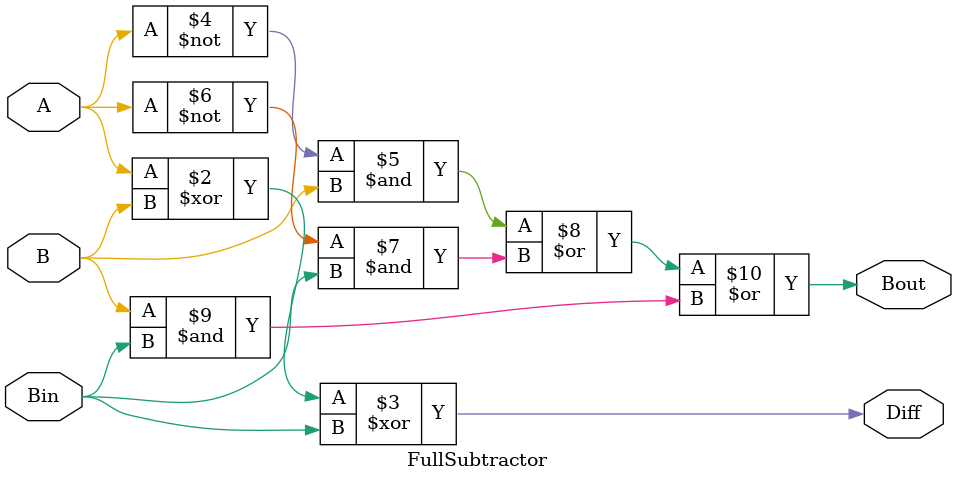
<source format=v>

module fs(diff,borrow,a,b,bin);
output diff,borrow;
input a,b,bin;
assign diff=(~a&~b&bin) | (~a&b&~bin) | (a&~b&~bin) | (a&b&bin);
assign borrow=(~a&b)| (~a&bin) | (b&bin);
endmodule

// Behavioral

module FullSubtractor (
input A, // Minuend
input B, // Subtrahend
input Bin, // Borrow in
output reg Diff, // Difference (as reg)
output reg Bout // Borrow out (as reg)
);
always @ (A or B or Bin) begin
// Difference is A XOR B XOR Bin
Diff = A ^ B ^ Bin;
// Borrow-out condition: Bout = (~A & B) | (~A & Bin) | (B & Bin)
Bout = (~A & B) | (~A & Bin) | (B & Bin);
end
endmodule


</source>
